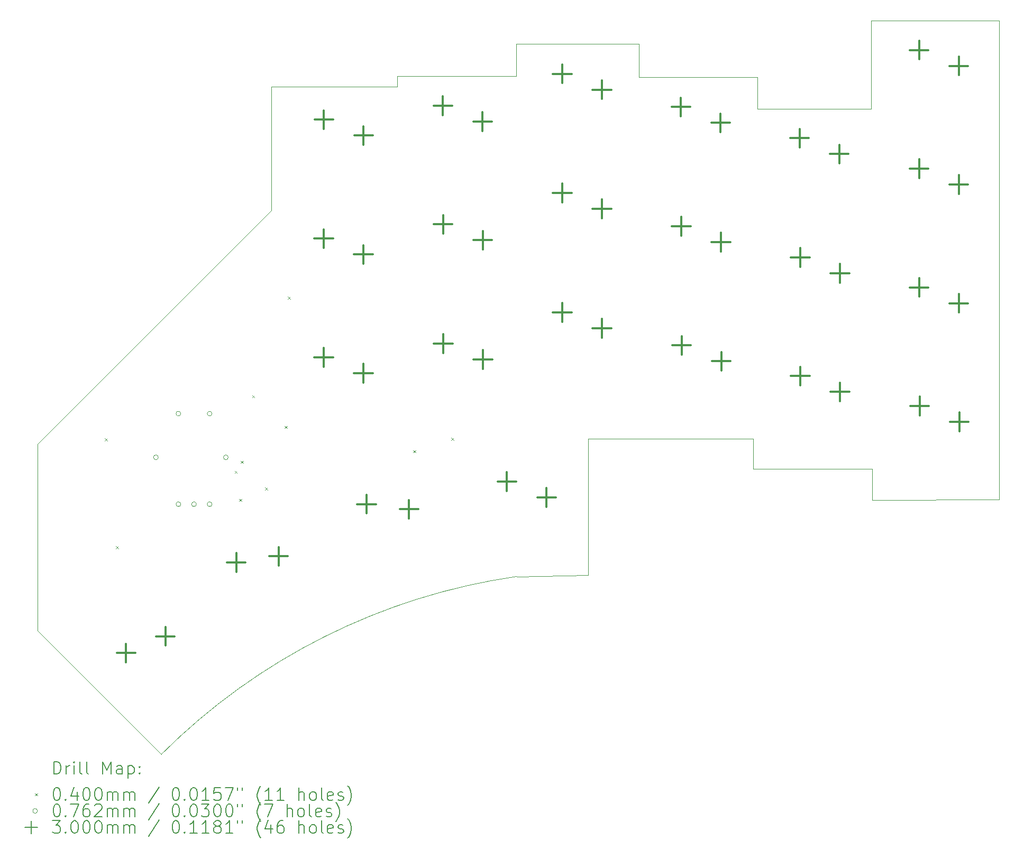
<source format=gbr>
%TF.GenerationSoftware,KiCad,Pcbnew,7.0.10-7.0.10~ubuntu23.10.1*%
%TF.CreationDate,2024-01-07T20:04:24-05:00*%
%TF.ProjectId,Right PCB,52696768-7420-4504-9342-2e6b69636164,rev?*%
%TF.SameCoordinates,Original*%
%TF.FileFunction,Drillmap*%
%TF.FilePolarity,Positive*%
%FSLAX45Y45*%
G04 Gerber Fmt 4.5, Leading zero omitted, Abs format (unit mm)*
G04 Created by KiCad (PCBNEW 7.0.10-7.0.10~ubuntu23.10.1) date 2024-01-07 20:04:24*
%MOMM*%
%LPD*%
G01*
G04 APERTURE LIST*
%ADD10C,0.100000*%
%ADD11C,0.200000*%
%ADD12C,0.300000*%
G04 APERTURE END LIST*
D10*
X7660000Y-7030000D02*
X7660000Y-5050000D01*
X3920000Y-10770000D02*
X7660000Y-7030000D01*
X3920000Y-13760000D02*
X3920000Y-10770000D01*
X9670000Y-5050000D02*
X7660000Y-5050000D01*
X17280000Y-11170000D02*
X17280000Y-11670000D01*
X17260000Y-3990000D02*
X17260000Y-5120000D01*
X15440000Y-4900000D02*
X13540000Y-4900000D01*
X12730000Y-10690000D02*
X15370000Y-10690000D01*
X19310000Y-4070000D02*
X19310000Y-3990000D01*
X13540000Y-4360000D02*
X11580000Y-4360000D01*
X11580000Y-4880000D02*
X9680000Y-4880000D01*
X17260000Y-5400000D02*
X15440000Y-5400000D01*
X19310000Y-4070000D02*
X19310000Y-11660000D01*
X11585825Y-12893208D02*
G75*
G03*
X5899824Y-15739824I1434175J-9966792D01*
G01*
X15440000Y-5400000D02*
X15440000Y-4900000D01*
X9670000Y-4880000D02*
X9670000Y-5050000D01*
X11585825Y-12893208D02*
X12730000Y-12870000D01*
X12730000Y-12870000D02*
X12730000Y-10690000D01*
X13540000Y-4900000D02*
X13540000Y-4360000D01*
X17260000Y-5120000D02*
X17260000Y-5400000D01*
X15370000Y-11170000D02*
X17280000Y-11170000D01*
X17280000Y-11670000D02*
X19310000Y-11660000D01*
X9670000Y-4880000D02*
X9680000Y-4880000D01*
X11580000Y-4360000D02*
X11580000Y-4880000D01*
X5899824Y-15739824D02*
X3920000Y-13760000D01*
X15370000Y-10690000D02*
X15370000Y-11170000D01*
X19310000Y-3990000D02*
X17260000Y-3990000D01*
D11*
D10*
X4990000Y-10680000D02*
X5030000Y-10720000D01*
X5030000Y-10680000D02*
X4990000Y-10720000D01*
X5170000Y-12410000D02*
X5210000Y-12450000D01*
X5210000Y-12410000D02*
X5170000Y-12450000D01*
X7070000Y-11200000D02*
X7110000Y-11240000D01*
X7110000Y-11200000D02*
X7070000Y-11240000D01*
X7140000Y-11650000D02*
X7180000Y-11690000D01*
X7180000Y-11650000D02*
X7140000Y-11690000D01*
X7170000Y-11040000D02*
X7210000Y-11080000D01*
X7210000Y-11040000D02*
X7170000Y-11080000D01*
X7350000Y-9990000D02*
X7390000Y-10030000D01*
X7390000Y-9990000D02*
X7350000Y-10030000D01*
X7560000Y-11470000D02*
X7600000Y-11510000D01*
X7600000Y-11470000D02*
X7560000Y-11510000D01*
X7870000Y-10480000D02*
X7910000Y-10520000D01*
X7910000Y-10480000D02*
X7870000Y-10520000D01*
X7920000Y-8410000D02*
X7960000Y-8450000D01*
X7960000Y-8410000D02*
X7920000Y-8450000D01*
X9930000Y-10870000D02*
X9970000Y-10910000D01*
X9970000Y-10870000D02*
X9930000Y-10910000D01*
X10540000Y-10670000D02*
X10580000Y-10710000D01*
X10580000Y-10670000D02*
X10540000Y-10710000D01*
X5848100Y-10985000D02*
G75*
G03*
X5771900Y-10985000I-38100J0D01*
G01*
X5771900Y-10985000D02*
G75*
G03*
X5848100Y-10985000I38100J0D01*
G01*
X6208100Y-10285000D02*
G75*
G03*
X6131900Y-10285000I-38100J0D01*
G01*
X6131900Y-10285000D02*
G75*
G03*
X6208100Y-10285000I38100J0D01*
G01*
X6208100Y-11735000D02*
G75*
G03*
X6131900Y-11735000I-38100J0D01*
G01*
X6131900Y-11735000D02*
G75*
G03*
X6208100Y-11735000I38100J0D01*
G01*
X6458100Y-11735000D02*
G75*
G03*
X6381900Y-11735000I-38100J0D01*
G01*
X6381900Y-11735000D02*
G75*
G03*
X6458100Y-11735000I38100J0D01*
G01*
X6708100Y-10285000D02*
G75*
G03*
X6631900Y-10285000I-38100J0D01*
G01*
X6631900Y-10285000D02*
G75*
G03*
X6708100Y-10285000I38100J0D01*
G01*
X6708100Y-11735000D02*
G75*
G03*
X6631900Y-11735000I-38100J0D01*
G01*
X6631900Y-11735000D02*
G75*
G03*
X6708100Y-11735000I38100J0D01*
G01*
X6968100Y-10985000D02*
G75*
G03*
X6891900Y-10985000I-38100J0D01*
G01*
X6891900Y-10985000D02*
G75*
G03*
X6968100Y-10985000I38100J0D01*
G01*
D12*
X5331974Y-13969605D02*
X5331974Y-14269605D01*
X5181974Y-14119605D02*
X5481974Y-14119605D01*
X5960592Y-13700197D02*
X5960592Y-14000197D01*
X5810592Y-13850197D02*
X6110592Y-13850197D01*
X7096029Y-12517059D02*
X7096029Y-12817059D01*
X6946029Y-12667059D02*
X7246029Y-12667059D01*
X7772956Y-12419529D02*
X7772956Y-12719529D01*
X7622956Y-12569529D02*
X7922956Y-12569529D01*
X8496000Y-9232000D02*
X8496000Y-9532000D01*
X8346000Y-9382000D02*
X8646000Y-9382000D01*
X8498000Y-7332000D02*
X8498000Y-7632000D01*
X8348000Y-7482000D02*
X8648000Y-7482000D01*
X8500000Y-5426000D02*
X8500000Y-5726000D01*
X8350000Y-5576000D02*
X8650000Y-5576000D01*
X9131000Y-9486000D02*
X9131000Y-9786000D01*
X8981000Y-9636000D02*
X9281000Y-9636000D01*
X9133000Y-7586000D02*
X9133000Y-7886000D01*
X8983000Y-7736000D02*
X9283000Y-7736000D01*
X9135000Y-5680000D02*
X9135000Y-5980000D01*
X8985000Y-5830000D02*
X9285000Y-5830000D01*
X9183175Y-11585050D02*
X9183175Y-11885050D01*
X9033175Y-11735050D02*
X9333175Y-11735050D01*
X9862278Y-11666045D02*
X9862278Y-11966045D01*
X9712278Y-11816045D02*
X10012278Y-11816045D01*
X10404000Y-5202000D02*
X10404000Y-5502000D01*
X10254000Y-5352000D02*
X10554000Y-5352000D01*
X10406000Y-7102000D02*
X10406000Y-7402000D01*
X10256000Y-7252000D02*
X10556000Y-7252000D01*
X10408000Y-9012000D02*
X10408000Y-9312000D01*
X10258000Y-9162000D02*
X10558000Y-9162000D01*
X11039000Y-5456000D02*
X11039000Y-5756000D01*
X10889000Y-5606000D02*
X11189000Y-5606000D01*
X11041000Y-7356000D02*
X11041000Y-7656000D01*
X10891000Y-7506000D02*
X11191000Y-7506000D01*
X11043000Y-9266000D02*
X11043000Y-9566000D01*
X10893000Y-9416000D02*
X11193000Y-9416000D01*
X11428000Y-11222000D02*
X11428000Y-11522000D01*
X11278000Y-11372000D02*
X11578000Y-11372000D01*
X12063000Y-11476000D02*
X12063000Y-11776000D01*
X11913000Y-11626000D02*
X12213000Y-11626000D01*
X12314000Y-4692000D02*
X12314000Y-4992000D01*
X12164000Y-4842000D02*
X12464000Y-4842000D01*
X12316000Y-6602000D02*
X12316000Y-6902000D01*
X12166000Y-6752000D02*
X12466000Y-6752000D01*
X12316000Y-8512000D02*
X12316000Y-8812000D01*
X12166000Y-8662000D02*
X12466000Y-8662000D01*
X12949000Y-4946000D02*
X12949000Y-5246000D01*
X12799000Y-5096000D02*
X13099000Y-5096000D01*
X12951000Y-6856000D02*
X12951000Y-7156000D01*
X12801000Y-7006000D02*
X13101000Y-7006000D01*
X12951000Y-8766000D02*
X12951000Y-9066000D01*
X12801000Y-8916000D02*
X13101000Y-8916000D01*
X14214000Y-5222000D02*
X14214000Y-5522000D01*
X14064000Y-5372000D02*
X14364000Y-5372000D01*
X14218000Y-7132000D02*
X14218000Y-7432000D01*
X14068000Y-7282000D02*
X14368000Y-7282000D01*
X14226000Y-9042000D02*
X14226000Y-9342000D01*
X14076000Y-9192000D02*
X14376000Y-9192000D01*
X14849000Y-5476000D02*
X14849000Y-5776000D01*
X14699000Y-5626000D02*
X14999000Y-5626000D01*
X14853000Y-7386000D02*
X14853000Y-7686000D01*
X14703000Y-7536000D02*
X15003000Y-7536000D01*
X14861000Y-9296000D02*
X14861000Y-9596000D01*
X14711000Y-9446000D02*
X15011000Y-9446000D01*
X16114000Y-5722000D02*
X16114000Y-6022000D01*
X15964000Y-5872000D02*
X16264000Y-5872000D01*
X16126000Y-7632000D02*
X16126000Y-7932000D01*
X15976000Y-7782000D02*
X16276000Y-7782000D01*
X16126000Y-9532000D02*
X16126000Y-9832000D01*
X15976000Y-9682000D02*
X16276000Y-9682000D01*
X16749000Y-5976000D02*
X16749000Y-6276000D01*
X16599000Y-6126000D02*
X16899000Y-6126000D01*
X16761000Y-7886000D02*
X16761000Y-8186000D01*
X16611000Y-8036000D02*
X16911000Y-8036000D01*
X16761000Y-9786000D02*
X16761000Y-10086000D01*
X16611000Y-9936000D02*
X16911000Y-9936000D01*
X18026000Y-4312000D02*
X18026000Y-4612000D01*
X17876000Y-4462000D02*
X18176000Y-4462000D01*
X18026000Y-6212000D02*
X18026000Y-6512000D01*
X17876000Y-6362000D02*
X18176000Y-6362000D01*
X18026000Y-8112000D02*
X18026000Y-8412000D01*
X17876000Y-8262000D02*
X18176000Y-8262000D01*
X18036000Y-10012000D02*
X18036000Y-10312000D01*
X17886000Y-10162000D02*
X18186000Y-10162000D01*
X18661000Y-4566000D02*
X18661000Y-4866000D01*
X18511000Y-4716000D02*
X18811000Y-4716000D01*
X18661000Y-6466000D02*
X18661000Y-6766000D01*
X18511000Y-6616000D02*
X18811000Y-6616000D01*
X18661000Y-8366000D02*
X18661000Y-8666000D01*
X18511000Y-8516000D02*
X18811000Y-8516000D01*
X18671000Y-10266000D02*
X18671000Y-10566000D01*
X18521000Y-10416000D02*
X18821000Y-10416000D01*
D11*
X4175777Y-16056308D02*
X4175777Y-15856308D01*
X4175777Y-15856308D02*
X4223396Y-15856308D01*
X4223396Y-15856308D02*
X4251967Y-15865832D01*
X4251967Y-15865832D02*
X4271015Y-15884880D01*
X4271015Y-15884880D02*
X4280539Y-15903927D01*
X4280539Y-15903927D02*
X4290063Y-15942022D01*
X4290063Y-15942022D02*
X4290063Y-15970594D01*
X4290063Y-15970594D02*
X4280539Y-16008689D01*
X4280539Y-16008689D02*
X4271015Y-16027737D01*
X4271015Y-16027737D02*
X4251967Y-16046784D01*
X4251967Y-16046784D02*
X4223396Y-16056308D01*
X4223396Y-16056308D02*
X4175777Y-16056308D01*
X4375777Y-16056308D02*
X4375777Y-15922975D01*
X4375777Y-15961070D02*
X4385301Y-15942022D01*
X4385301Y-15942022D02*
X4394824Y-15932499D01*
X4394824Y-15932499D02*
X4413872Y-15922975D01*
X4413872Y-15922975D02*
X4432920Y-15922975D01*
X4499586Y-16056308D02*
X4499586Y-15922975D01*
X4499586Y-15856308D02*
X4490063Y-15865832D01*
X4490063Y-15865832D02*
X4499586Y-15875356D01*
X4499586Y-15875356D02*
X4509110Y-15865832D01*
X4509110Y-15865832D02*
X4499586Y-15856308D01*
X4499586Y-15856308D02*
X4499586Y-15875356D01*
X4623396Y-16056308D02*
X4604348Y-16046784D01*
X4604348Y-16046784D02*
X4594824Y-16027737D01*
X4594824Y-16027737D02*
X4594824Y-15856308D01*
X4728158Y-16056308D02*
X4709110Y-16046784D01*
X4709110Y-16046784D02*
X4699586Y-16027737D01*
X4699586Y-16027737D02*
X4699586Y-15856308D01*
X4956729Y-16056308D02*
X4956729Y-15856308D01*
X4956729Y-15856308D02*
X5023396Y-15999165D01*
X5023396Y-15999165D02*
X5090063Y-15856308D01*
X5090063Y-15856308D02*
X5090063Y-16056308D01*
X5271015Y-16056308D02*
X5271015Y-15951546D01*
X5271015Y-15951546D02*
X5261491Y-15932499D01*
X5261491Y-15932499D02*
X5242444Y-15922975D01*
X5242444Y-15922975D02*
X5204348Y-15922975D01*
X5204348Y-15922975D02*
X5185301Y-15932499D01*
X5271015Y-16046784D02*
X5251967Y-16056308D01*
X5251967Y-16056308D02*
X5204348Y-16056308D01*
X5204348Y-16056308D02*
X5185301Y-16046784D01*
X5185301Y-16046784D02*
X5175777Y-16027737D01*
X5175777Y-16027737D02*
X5175777Y-16008689D01*
X5175777Y-16008689D02*
X5185301Y-15989642D01*
X5185301Y-15989642D02*
X5204348Y-15980118D01*
X5204348Y-15980118D02*
X5251967Y-15980118D01*
X5251967Y-15980118D02*
X5271015Y-15970594D01*
X5366253Y-15922975D02*
X5366253Y-16122975D01*
X5366253Y-15932499D02*
X5385301Y-15922975D01*
X5385301Y-15922975D02*
X5423396Y-15922975D01*
X5423396Y-15922975D02*
X5442444Y-15932499D01*
X5442444Y-15932499D02*
X5451967Y-15942022D01*
X5451967Y-15942022D02*
X5461491Y-15961070D01*
X5461491Y-15961070D02*
X5461491Y-16018213D01*
X5461491Y-16018213D02*
X5451967Y-16037261D01*
X5451967Y-16037261D02*
X5442444Y-16046784D01*
X5442444Y-16046784D02*
X5423396Y-16056308D01*
X5423396Y-16056308D02*
X5385301Y-16056308D01*
X5385301Y-16056308D02*
X5366253Y-16046784D01*
X5547205Y-16037261D02*
X5556729Y-16046784D01*
X5556729Y-16046784D02*
X5547205Y-16056308D01*
X5547205Y-16056308D02*
X5537682Y-16046784D01*
X5537682Y-16046784D02*
X5547205Y-16037261D01*
X5547205Y-16037261D02*
X5547205Y-16056308D01*
X5547205Y-15932499D02*
X5556729Y-15942022D01*
X5556729Y-15942022D02*
X5547205Y-15951546D01*
X5547205Y-15951546D02*
X5537682Y-15942022D01*
X5537682Y-15942022D02*
X5547205Y-15932499D01*
X5547205Y-15932499D02*
X5547205Y-15951546D01*
D10*
X3875000Y-16364824D02*
X3915000Y-16404824D01*
X3915000Y-16364824D02*
X3875000Y-16404824D01*
D11*
X4213872Y-16276308D02*
X4232920Y-16276308D01*
X4232920Y-16276308D02*
X4251967Y-16285832D01*
X4251967Y-16285832D02*
X4261491Y-16295356D01*
X4261491Y-16295356D02*
X4271015Y-16314403D01*
X4271015Y-16314403D02*
X4280539Y-16352499D01*
X4280539Y-16352499D02*
X4280539Y-16400118D01*
X4280539Y-16400118D02*
X4271015Y-16438213D01*
X4271015Y-16438213D02*
X4261491Y-16457261D01*
X4261491Y-16457261D02*
X4251967Y-16466784D01*
X4251967Y-16466784D02*
X4232920Y-16476308D01*
X4232920Y-16476308D02*
X4213872Y-16476308D01*
X4213872Y-16476308D02*
X4194824Y-16466784D01*
X4194824Y-16466784D02*
X4185301Y-16457261D01*
X4185301Y-16457261D02*
X4175777Y-16438213D01*
X4175777Y-16438213D02*
X4166253Y-16400118D01*
X4166253Y-16400118D02*
X4166253Y-16352499D01*
X4166253Y-16352499D02*
X4175777Y-16314403D01*
X4175777Y-16314403D02*
X4185301Y-16295356D01*
X4185301Y-16295356D02*
X4194824Y-16285832D01*
X4194824Y-16285832D02*
X4213872Y-16276308D01*
X4366253Y-16457261D02*
X4375777Y-16466784D01*
X4375777Y-16466784D02*
X4366253Y-16476308D01*
X4366253Y-16476308D02*
X4356729Y-16466784D01*
X4356729Y-16466784D02*
X4366253Y-16457261D01*
X4366253Y-16457261D02*
X4366253Y-16476308D01*
X4547205Y-16342975D02*
X4547205Y-16476308D01*
X4499586Y-16266784D02*
X4451967Y-16409642D01*
X4451967Y-16409642D02*
X4575777Y-16409642D01*
X4690063Y-16276308D02*
X4709110Y-16276308D01*
X4709110Y-16276308D02*
X4728158Y-16285832D01*
X4728158Y-16285832D02*
X4737682Y-16295356D01*
X4737682Y-16295356D02*
X4747205Y-16314403D01*
X4747205Y-16314403D02*
X4756729Y-16352499D01*
X4756729Y-16352499D02*
X4756729Y-16400118D01*
X4756729Y-16400118D02*
X4747205Y-16438213D01*
X4747205Y-16438213D02*
X4737682Y-16457261D01*
X4737682Y-16457261D02*
X4728158Y-16466784D01*
X4728158Y-16466784D02*
X4709110Y-16476308D01*
X4709110Y-16476308D02*
X4690063Y-16476308D01*
X4690063Y-16476308D02*
X4671015Y-16466784D01*
X4671015Y-16466784D02*
X4661491Y-16457261D01*
X4661491Y-16457261D02*
X4651967Y-16438213D01*
X4651967Y-16438213D02*
X4642444Y-16400118D01*
X4642444Y-16400118D02*
X4642444Y-16352499D01*
X4642444Y-16352499D02*
X4651967Y-16314403D01*
X4651967Y-16314403D02*
X4661491Y-16295356D01*
X4661491Y-16295356D02*
X4671015Y-16285832D01*
X4671015Y-16285832D02*
X4690063Y-16276308D01*
X4880539Y-16276308D02*
X4899586Y-16276308D01*
X4899586Y-16276308D02*
X4918634Y-16285832D01*
X4918634Y-16285832D02*
X4928158Y-16295356D01*
X4928158Y-16295356D02*
X4937682Y-16314403D01*
X4937682Y-16314403D02*
X4947205Y-16352499D01*
X4947205Y-16352499D02*
X4947205Y-16400118D01*
X4947205Y-16400118D02*
X4937682Y-16438213D01*
X4937682Y-16438213D02*
X4928158Y-16457261D01*
X4928158Y-16457261D02*
X4918634Y-16466784D01*
X4918634Y-16466784D02*
X4899586Y-16476308D01*
X4899586Y-16476308D02*
X4880539Y-16476308D01*
X4880539Y-16476308D02*
X4861491Y-16466784D01*
X4861491Y-16466784D02*
X4851967Y-16457261D01*
X4851967Y-16457261D02*
X4842444Y-16438213D01*
X4842444Y-16438213D02*
X4832920Y-16400118D01*
X4832920Y-16400118D02*
X4832920Y-16352499D01*
X4832920Y-16352499D02*
X4842444Y-16314403D01*
X4842444Y-16314403D02*
X4851967Y-16295356D01*
X4851967Y-16295356D02*
X4861491Y-16285832D01*
X4861491Y-16285832D02*
X4880539Y-16276308D01*
X5032920Y-16476308D02*
X5032920Y-16342975D01*
X5032920Y-16362022D02*
X5042444Y-16352499D01*
X5042444Y-16352499D02*
X5061491Y-16342975D01*
X5061491Y-16342975D02*
X5090063Y-16342975D01*
X5090063Y-16342975D02*
X5109110Y-16352499D01*
X5109110Y-16352499D02*
X5118634Y-16371546D01*
X5118634Y-16371546D02*
X5118634Y-16476308D01*
X5118634Y-16371546D02*
X5128158Y-16352499D01*
X5128158Y-16352499D02*
X5147205Y-16342975D01*
X5147205Y-16342975D02*
X5175777Y-16342975D01*
X5175777Y-16342975D02*
X5194825Y-16352499D01*
X5194825Y-16352499D02*
X5204348Y-16371546D01*
X5204348Y-16371546D02*
X5204348Y-16476308D01*
X5299586Y-16476308D02*
X5299586Y-16342975D01*
X5299586Y-16362022D02*
X5309110Y-16352499D01*
X5309110Y-16352499D02*
X5328158Y-16342975D01*
X5328158Y-16342975D02*
X5356729Y-16342975D01*
X5356729Y-16342975D02*
X5375777Y-16352499D01*
X5375777Y-16352499D02*
X5385301Y-16371546D01*
X5385301Y-16371546D02*
X5385301Y-16476308D01*
X5385301Y-16371546D02*
X5394825Y-16352499D01*
X5394825Y-16352499D02*
X5413872Y-16342975D01*
X5413872Y-16342975D02*
X5442444Y-16342975D01*
X5442444Y-16342975D02*
X5461491Y-16352499D01*
X5461491Y-16352499D02*
X5471015Y-16371546D01*
X5471015Y-16371546D02*
X5471015Y-16476308D01*
X5861491Y-16266784D02*
X5690063Y-16523927D01*
X6118634Y-16276308D02*
X6137682Y-16276308D01*
X6137682Y-16276308D02*
X6156729Y-16285832D01*
X6156729Y-16285832D02*
X6166253Y-16295356D01*
X6166253Y-16295356D02*
X6175777Y-16314403D01*
X6175777Y-16314403D02*
X6185301Y-16352499D01*
X6185301Y-16352499D02*
X6185301Y-16400118D01*
X6185301Y-16400118D02*
X6175777Y-16438213D01*
X6175777Y-16438213D02*
X6166253Y-16457261D01*
X6166253Y-16457261D02*
X6156729Y-16466784D01*
X6156729Y-16466784D02*
X6137682Y-16476308D01*
X6137682Y-16476308D02*
X6118634Y-16476308D01*
X6118634Y-16476308D02*
X6099586Y-16466784D01*
X6099586Y-16466784D02*
X6090063Y-16457261D01*
X6090063Y-16457261D02*
X6080539Y-16438213D01*
X6080539Y-16438213D02*
X6071015Y-16400118D01*
X6071015Y-16400118D02*
X6071015Y-16352499D01*
X6071015Y-16352499D02*
X6080539Y-16314403D01*
X6080539Y-16314403D02*
X6090063Y-16295356D01*
X6090063Y-16295356D02*
X6099586Y-16285832D01*
X6099586Y-16285832D02*
X6118634Y-16276308D01*
X6271015Y-16457261D02*
X6280539Y-16466784D01*
X6280539Y-16466784D02*
X6271015Y-16476308D01*
X6271015Y-16476308D02*
X6261491Y-16466784D01*
X6261491Y-16466784D02*
X6271015Y-16457261D01*
X6271015Y-16457261D02*
X6271015Y-16476308D01*
X6404348Y-16276308D02*
X6423396Y-16276308D01*
X6423396Y-16276308D02*
X6442444Y-16285832D01*
X6442444Y-16285832D02*
X6451967Y-16295356D01*
X6451967Y-16295356D02*
X6461491Y-16314403D01*
X6461491Y-16314403D02*
X6471015Y-16352499D01*
X6471015Y-16352499D02*
X6471015Y-16400118D01*
X6471015Y-16400118D02*
X6461491Y-16438213D01*
X6461491Y-16438213D02*
X6451967Y-16457261D01*
X6451967Y-16457261D02*
X6442444Y-16466784D01*
X6442444Y-16466784D02*
X6423396Y-16476308D01*
X6423396Y-16476308D02*
X6404348Y-16476308D01*
X6404348Y-16476308D02*
X6385301Y-16466784D01*
X6385301Y-16466784D02*
X6375777Y-16457261D01*
X6375777Y-16457261D02*
X6366253Y-16438213D01*
X6366253Y-16438213D02*
X6356729Y-16400118D01*
X6356729Y-16400118D02*
X6356729Y-16352499D01*
X6356729Y-16352499D02*
X6366253Y-16314403D01*
X6366253Y-16314403D02*
X6375777Y-16295356D01*
X6375777Y-16295356D02*
X6385301Y-16285832D01*
X6385301Y-16285832D02*
X6404348Y-16276308D01*
X6661491Y-16476308D02*
X6547206Y-16476308D01*
X6604348Y-16476308D02*
X6604348Y-16276308D01*
X6604348Y-16276308D02*
X6585301Y-16304880D01*
X6585301Y-16304880D02*
X6566253Y-16323927D01*
X6566253Y-16323927D02*
X6547206Y-16333451D01*
X6842444Y-16276308D02*
X6747206Y-16276308D01*
X6747206Y-16276308D02*
X6737682Y-16371546D01*
X6737682Y-16371546D02*
X6747206Y-16362022D01*
X6747206Y-16362022D02*
X6766253Y-16352499D01*
X6766253Y-16352499D02*
X6813872Y-16352499D01*
X6813872Y-16352499D02*
X6832920Y-16362022D01*
X6832920Y-16362022D02*
X6842444Y-16371546D01*
X6842444Y-16371546D02*
X6851967Y-16390594D01*
X6851967Y-16390594D02*
X6851967Y-16438213D01*
X6851967Y-16438213D02*
X6842444Y-16457261D01*
X6842444Y-16457261D02*
X6832920Y-16466784D01*
X6832920Y-16466784D02*
X6813872Y-16476308D01*
X6813872Y-16476308D02*
X6766253Y-16476308D01*
X6766253Y-16476308D02*
X6747206Y-16466784D01*
X6747206Y-16466784D02*
X6737682Y-16457261D01*
X6918634Y-16276308D02*
X7051967Y-16276308D01*
X7051967Y-16276308D02*
X6966253Y-16476308D01*
X7118634Y-16276308D02*
X7118634Y-16314403D01*
X7194825Y-16276308D02*
X7194825Y-16314403D01*
X7490063Y-16552499D02*
X7480539Y-16542975D01*
X7480539Y-16542975D02*
X7461491Y-16514403D01*
X7461491Y-16514403D02*
X7451968Y-16495356D01*
X7451968Y-16495356D02*
X7442444Y-16466784D01*
X7442444Y-16466784D02*
X7432920Y-16419165D01*
X7432920Y-16419165D02*
X7432920Y-16381070D01*
X7432920Y-16381070D02*
X7442444Y-16333451D01*
X7442444Y-16333451D02*
X7451968Y-16304880D01*
X7451968Y-16304880D02*
X7461491Y-16285832D01*
X7461491Y-16285832D02*
X7480539Y-16257261D01*
X7480539Y-16257261D02*
X7490063Y-16247737D01*
X7671015Y-16476308D02*
X7556729Y-16476308D01*
X7613872Y-16476308D02*
X7613872Y-16276308D01*
X7613872Y-16276308D02*
X7594825Y-16304880D01*
X7594825Y-16304880D02*
X7575777Y-16323927D01*
X7575777Y-16323927D02*
X7556729Y-16333451D01*
X7861491Y-16476308D02*
X7747206Y-16476308D01*
X7804348Y-16476308D02*
X7804348Y-16276308D01*
X7804348Y-16276308D02*
X7785301Y-16304880D01*
X7785301Y-16304880D02*
X7766253Y-16323927D01*
X7766253Y-16323927D02*
X7747206Y-16333451D01*
X8099587Y-16476308D02*
X8099587Y-16276308D01*
X8185301Y-16476308D02*
X8185301Y-16371546D01*
X8185301Y-16371546D02*
X8175777Y-16352499D01*
X8175777Y-16352499D02*
X8156730Y-16342975D01*
X8156730Y-16342975D02*
X8128158Y-16342975D01*
X8128158Y-16342975D02*
X8109110Y-16352499D01*
X8109110Y-16352499D02*
X8099587Y-16362022D01*
X8309110Y-16476308D02*
X8290063Y-16466784D01*
X8290063Y-16466784D02*
X8280539Y-16457261D01*
X8280539Y-16457261D02*
X8271015Y-16438213D01*
X8271015Y-16438213D02*
X8271015Y-16381070D01*
X8271015Y-16381070D02*
X8280539Y-16362022D01*
X8280539Y-16362022D02*
X8290063Y-16352499D01*
X8290063Y-16352499D02*
X8309110Y-16342975D01*
X8309110Y-16342975D02*
X8337682Y-16342975D01*
X8337682Y-16342975D02*
X8356730Y-16352499D01*
X8356730Y-16352499D02*
X8366253Y-16362022D01*
X8366253Y-16362022D02*
X8375777Y-16381070D01*
X8375777Y-16381070D02*
X8375777Y-16438213D01*
X8375777Y-16438213D02*
X8366253Y-16457261D01*
X8366253Y-16457261D02*
X8356730Y-16466784D01*
X8356730Y-16466784D02*
X8337682Y-16476308D01*
X8337682Y-16476308D02*
X8309110Y-16476308D01*
X8490063Y-16476308D02*
X8471015Y-16466784D01*
X8471015Y-16466784D02*
X8461492Y-16447737D01*
X8461492Y-16447737D02*
X8461492Y-16276308D01*
X8642444Y-16466784D02*
X8623396Y-16476308D01*
X8623396Y-16476308D02*
X8585301Y-16476308D01*
X8585301Y-16476308D02*
X8566253Y-16466784D01*
X8566253Y-16466784D02*
X8556730Y-16447737D01*
X8556730Y-16447737D02*
X8556730Y-16371546D01*
X8556730Y-16371546D02*
X8566253Y-16352499D01*
X8566253Y-16352499D02*
X8585301Y-16342975D01*
X8585301Y-16342975D02*
X8623396Y-16342975D01*
X8623396Y-16342975D02*
X8642444Y-16352499D01*
X8642444Y-16352499D02*
X8651968Y-16371546D01*
X8651968Y-16371546D02*
X8651968Y-16390594D01*
X8651968Y-16390594D02*
X8556730Y-16409642D01*
X8728158Y-16466784D02*
X8747206Y-16476308D01*
X8747206Y-16476308D02*
X8785301Y-16476308D01*
X8785301Y-16476308D02*
X8804349Y-16466784D01*
X8804349Y-16466784D02*
X8813873Y-16447737D01*
X8813873Y-16447737D02*
X8813873Y-16438213D01*
X8813873Y-16438213D02*
X8804349Y-16419165D01*
X8804349Y-16419165D02*
X8785301Y-16409642D01*
X8785301Y-16409642D02*
X8756730Y-16409642D01*
X8756730Y-16409642D02*
X8737682Y-16400118D01*
X8737682Y-16400118D02*
X8728158Y-16381070D01*
X8728158Y-16381070D02*
X8728158Y-16371546D01*
X8728158Y-16371546D02*
X8737682Y-16352499D01*
X8737682Y-16352499D02*
X8756730Y-16342975D01*
X8756730Y-16342975D02*
X8785301Y-16342975D01*
X8785301Y-16342975D02*
X8804349Y-16352499D01*
X8880539Y-16552499D02*
X8890063Y-16542975D01*
X8890063Y-16542975D02*
X8909111Y-16514403D01*
X8909111Y-16514403D02*
X8918634Y-16495356D01*
X8918634Y-16495356D02*
X8928158Y-16466784D01*
X8928158Y-16466784D02*
X8937682Y-16419165D01*
X8937682Y-16419165D02*
X8937682Y-16381070D01*
X8937682Y-16381070D02*
X8928158Y-16333451D01*
X8928158Y-16333451D02*
X8918634Y-16304880D01*
X8918634Y-16304880D02*
X8909111Y-16285832D01*
X8909111Y-16285832D02*
X8890063Y-16257261D01*
X8890063Y-16257261D02*
X8880539Y-16247737D01*
D10*
X3915000Y-16648824D02*
G75*
G03*
X3838800Y-16648824I-38100J0D01*
G01*
X3838800Y-16648824D02*
G75*
G03*
X3915000Y-16648824I38100J0D01*
G01*
D11*
X4213872Y-16540308D02*
X4232920Y-16540308D01*
X4232920Y-16540308D02*
X4251967Y-16549832D01*
X4251967Y-16549832D02*
X4261491Y-16559356D01*
X4261491Y-16559356D02*
X4271015Y-16578403D01*
X4271015Y-16578403D02*
X4280539Y-16616499D01*
X4280539Y-16616499D02*
X4280539Y-16664118D01*
X4280539Y-16664118D02*
X4271015Y-16702213D01*
X4271015Y-16702213D02*
X4261491Y-16721261D01*
X4261491Y-16721261D02*
X4251967Y-16730784D01*
X4251967Y-16730784D02*
X4232920Y-16740308D01*
X4232920Y-16740308D02*
X4213872Y-16740308D01*
X4213872Y-16740308D02*
X4194824Y-16730784D01*
X4194824Y-16730784D02*
X4185301Y-16721261D01*
X4185301Y-16721261D02*
X4175777Y-16702213D01*
X4175777Y-16702213D02*
X4166253Y-16664118D01*
X4166253Y-16664118D02*
X4166253Y-16616499D01*
X4166253Y-16616499D02*
X4175777Y-16578403D01*
X4175777Y-16578403D02*
X4185301Y-16559356D01*
X4185301Y-16559356D02*
X4194824Y-16549832D01*
X4194824Y-16549832D02*
X4213872Y-16540308D01*
X4366253Y-16721261D02*
X4375777Y-16730784D01*
X4375777Y-16730784D02*
X4366253Y-16740308D01*
X4366253Y-16740308D02*
X4356729Y-16730784D01*
X4356729Y-16730784D02*
X4366253Y-16721261D01*
X4366253Y-16721261D02*
X4366253Y-16740308D01*
X4442444Y-16540308D02*
X4575777Y-16540308D01*
X4575777Y-16540308D02*
X4490063Y-16740308D01*
X4737682Y-16540308D02*
X4699586Y-16540308D01*
X4699586Y-16540308D02*
X4680539Y-16549832D01*
X4680539Y-16549832D02*
X4671015Y-16559356D01*
X4671015Y-16559356D02*
X4651967Y-16587927D01*
X4651967Y-16587927D02*
X4642444Y-16626022D01*
X4642444Y-16626022D02*
X4642444Y-16702213D01*
X4642444Y-16702213D02*
X4651967Y-16721261D01*
X4651967Y-16721261D02*
X4661491Y-16730784D01*
X4661491Y-16730784D02*
X4680539Y-16740308D01*
X4680539Y-16740308D02*
X4718634Y-16740308D01*
X4718634Y-16740308D02*
X4737682Y-16730784D01*
X4737682Y-16730784D02*
X4747205Y-16721261D01*
X4747205Y-16721261D02*
X4756729Y-16702213D01*
X4756729Y-16702213D02*
X4756729Y-16654594D01*
X4756729Y-16654594D02*
X4747205Y-16635546D01*
X4747205Y-16635546D02*
X4737682Y-16626022D01*
X4737682Y-16626022D02*
X4718634Y-16616499D01*
X4718634Y-16616499D02*
X4680539Y-16616499D01*
X4680539Y-16616499D02*
X4661491Y-16626022D01*
X4661491Y-16626022D02*
X4651967Y-16635546D01*
X4651967Y-16635546D02*
X4642444Y-16654594D01*
X4832920Y-16559356D02*
X4842444Y-16549832D01*
X4842444Y-16549832D02*
X4861491Y-16540308D01*
X4861491Y-16540308D02*
X4909110Y-16540308D01*
X4909110Y-16540308D02*
X4928158Y-16549832D01*
X4928158Y-16549832D02*
X4937682Y-16559356D01*
X4937682Y-16559356D02*
X4947205Y-16578403D01*
X4947205Y-16578403D02*
X4947205Y-16597451D01*
X4947205Y-16597451D02*
X4937682Y-16626022D01*
X4937682Y-16626022D02*
X4823396Y-16740308D01*
X4823396Y-16740308D02*
X4947205Y-16740308D01*
X5032920Y-16740308D02*
X5032920Y-16606975D01*
X5032920Y-16626022D02*
X5042444Y-16616499D01*
X5042444Y-16616499D02*
X5061491Y-16606975D01*
X5061491Y-16606975D02*
X5090063Y-16606975D01*
X5090063Y-16606975D02*
X5109110Y-16616499D01*
X5109110Y-16616499D02*
X5118634Y-16635546D01*
X5118634Y-16635546D02*
X5118634Y-16740308D01*
X5118634Y-16635546D02*
X5128158Y-16616499D01*
X5128158Y-16616499D02*
X5147205Y-16606975D01*
X5147205Y-16606975D02*
X5175777Y-16606975D01*
X5175777Y-16606975D02*
X5194825Y-16616499D01*
X5194825Y-16616499D02*
X5204348Y-16635546D01*
X5204348Y-16635546D02*
X5204348Y-16740308D01*
X5299586Y-16740308D02*
X5299586Y-16606975D01*
X5299586Y-16626022D02*
X5309110Y-16616499D01*
X5309110Y-16616499D02*
X5328158Y-16606975D01*
X5328158Y-16606975D02*
X5356729Y-16606975D01*
X5356729Y-16606975D02*
X5375777Y-16616499D01*
X5375777Y-16616499D02*
X5385301Y-16635546D01*
X5385301Y-16635546D02*
X5385301Y-16740308D01*
X5385301Y-16635546D02*
X5394825Y-16616499D01*
X5394825Y-16616499D02*
X5413872Y-16606975D01*
X5413872Y-16606975D02*
X5442444Y-16606975D01*
X5442444Y-16606975D02*
X5461491Y-16616499D01*
X5461491Y-16616499D02*
X5471015Y-16635546D01*
X5471015Y-16635546D02*
X5471015Y-16740308D01*
X5861491Y-16530784D02*
X5690063Y-16787927D01*
X6118634Y-16540308D02*
X6137682Y-16540308D01*
X6137682Y-16540308D02*
X6156729Y-16549832D01*
X6156729Y-16549832D02*
X6166253Y-16559356D01*
X6166253Y-16559356D02*
X6175777Y-16578403D01*
X6175777Y-16578403D02*
X6185301Y-16616499D01*
X6185301Y-16616499D02*
X6185301Y-16664118D01*
X6185301Y-16664118D02*
X6175777Y-16702213D01*
X6175777Y-16702213D02*
X6166253Y-16721261D01*
X6166253Y-16721261D02*
X6156729Y-16730784D01*
X6156729Y-16730784D02*
X6137682Y-16740308D01*
X6137682Y-16740308D02*
X6118634Y-16740308D01*
X6118634Y-16740308D02*
X6099586Y-16730784D01*
X6099586Y-16730784D02*
X6090063Y-16721261D01*
X6090063Y-16721261D02*
X6080539Y-16702213D01*
X6080539Y-16702213D02*
X6071015Y-16664118D01*
X6071015Y-16664118D02*
X6071015Y-16616499D01*
X6071015Y-16616499D02*
X6080539Y-16578403D01*
X6080539Y-16578403D02*
X6090063Y-16559356D01*
X6090063Y-16559356D02*
X6099586Y-16549832D01*
X6099586Y-16549832D02*
X6118634Y-16540308D01*
X6271015Y-16721261D02*
X6280539Y-16730784D01*
X6280539Y-16730784D02*
X6271015Y-16740308D01*
X6271015Y-16740308D02*
X6261491Y-16730784D01*
X6261491Y-16730784D02*
X6271015Y-16721261D01*
X6271015Y-16721261D02*
X6271015Y-16740308D01*
X6404348Y-16540308D02*
X6423396Y-16540308D01*
X6423396Y-16540308D02*
X6442444Y-16549832D01*
X6442444Y-16549832D02*
X6451967Y-16559356D01*
X6451967Y-16559356D02*
X6461491Y-16578403D01*
X6461491Y-16578403D02*
X6471015Y-16616499D01*
X6471015Y-16616499D02*
X6471015Y-16664118D01*
X6471015Y-16664118D02*
X6461491Y-16702213D01*
X6461491Y-16702213D02*
X6451967Y-16721261D01*
X6451967Y-16721261D02*
X6442444Y-16730784D01*
X6442444Y-16730784D02*
X6423396Y-16740308D01*
X6423396Y-16740308D02*
X6404348Y-16740308D01*
X6404348Y-16740308D02*
X6385301Y-16730784D01*
X6385301Y-16730784D02*
X6375777Y-16721261D01*
X6375777Y-16721261D02*
X6366253Y-16702213D01*
X6366253Y-16702213D02*
X6356729Y-16664118D01*
X6356729Y-16664118D02*
X6356729Y-16616499D01*
X6356729Y-16616499D02*
X6366253Y-16578403D01*
X6366253Y-16578403D02*
X6375777Y-16559356D01*
X6375777Y-16559356D02*
X6385301Y-16549832D01*
X6385301Y-16549832D02*
X6404348Y-16540308D01*
X6537682Y-16540308D02*
X6661491Y-16540308D01*
X6661491Y-16540308D02*
X6594825Y-16616499D01*
X6594825Y-16616499D02*
X6623396Y-16616499D01*
X6623396Y-16616499D02*
X6642444Y-16626022D01*
X6642444Y-16626022D02*
X6651967Y-16635546D01*
X6651967Y-16635546D02*
X6661491Y-16654594D01*
X6661491Y-16654594D02*
X6661491Y-16702213D01*
X6661491Y-16702213D02*
X6651967Y-16721261D01*
X6651967Y-16721261D02*
X6642444Y-16730784D01*
X6642444Y-16730784D02*
X6623396Y-16740308D01*
X6623396Y-16740308D02*
X6566253Y-16740308D01*
X6566253Y-16740308D02*
X6547206Y-16730784D01*
X6547206Y-16730784D02*
X6537682Y-16721261D01*
X6785301Y-16540308D02*
X6804348Y-16540308D01*
X6804348Y-16540308D02*
X6823396Y-16549832D01*
X6823396Y-16549832D02*
X6832920Y-16559356D01*
X6832920Y-16559356D02*
X6842444Y-16578403D01*
X6842444Y-16578403D02*
X6851967Y-16616499D01*
X6851967Y-16616499D02*
X6851967Y-16664118D01*
X6851967Y-16664118D02*
X6842444Y-16702213D01*
X6842444Y-16702213D02*
X6832920Y-16721261D01*
X6832920Y-16721261D02*
X6823396Y-16730784D01*
X6823396Y-16730784D02*
X6804348Y-16740308D01*
X6804348Y-16740308D02*
X6785301Y-16740308D01*
X6785301Y-16740308D02*
X6766253Y-16730784D01*
X6766253Y-16730784D02*
X6756729Y-16721261D01*
X6756729Y-16721261D02*
X6747206Y-16702213D01*
X6747206Y-16702213D02*
X6737682Y-16664118D01*
X6737682Y-16664118D02*
X6737682Y-16616499D01*
X6737682Y-16616499D02*
X6747206Y-16578403D01*
X6747206Y-16578403D02*
X6756729Y-16559356D01*
X6756729Y-16559356D02*
X6766253Y-16549832D01*
X6766253Y-16549832D02*
X6785301Y-16540308D01*
X6975777Y-16540308D02*
X6994825Y-16540308D01*
X6994825Y-16540308D02*
X7013872Y-16549832D01*
X7013872Y-16549832D02*
X7023396Y-16559356D01*
X7023396Y-16559356D02*
X7032920Y-16578403D01*
X7032920Y-16578403D02*
X7042444Y-16616499D01*
X7042444Y-16616499D02*
X7042444Y-16664118D01*
X7042444Y-16664118D02*
X7032920Y-16702213D01*
X7032920Y-16702213D02*
X7023396Y-16721261D01*
X7023396Y-16721261D02*
X7013872Y-16730784D01*
X7013872Y-16730784D02*
X6994825Y-16740308D01*
X6994825Y-16740308D02*
X6975777Y-16740308D01*
X6975777Y-16740308D02*
X6956729Y-16730784D01*
X6956729Y-16730784D02*
X6947206Y-16721261D01*
X6947206Y-16721261D02*
X6937682Y-16702213D01*
X6937682Y-16702213D02*
X6928158Y-16664118D01*
X6928158Y-16664118D02*
X6928158Y-16616499D01*
X6928158Y-16616499D02*
X6937682Y-16578403D01*
X6937682Y-16578403D02*
X6947206Y-16559356D01*
X6947206Y-16559356D02*
X6956729Y-16549832D01*
X6956729Y-16549832D02*
X6975777Y-16540308D01*
X7118634Y-16540308D02*
X7118634Y-16578403D01*
X7194825Y-16540308D02*
X7194825Y-16578403D01*
X7490063Y-16816499D02*
X7480539Y-16806975D01*
X7480539Y-16806975D02*
X7461491Y-16778404D01*
X7461491Y-16778404D02*
X7451968Y-16759356D01*
X7451968Y-16759356D02*
X7442444Y-16730784D01*
X7442444Y-16730784D02*
X7432920Y-16683165D01*
X7432920Y-16683165D02*
X7432920Y-16645070D01*
X7432920Y-16645070D02*
X7442444Y-16597451D01*
X7442444Y-16597451D02*
X7451968Y-16568880D01*
X7451968Y-16568880D02*
X7461491Y-16549832D01*
X7461491Y-16549832D02*
X7480539Y-16521261D01*
X7480539Y-16521261D02*
X7490063Y-16511737D01*
X7547206Y-16540308D02*
X7680539Y-16540308D01*
X7680539Y-16540308D02*
X7594825Y-16740308D01*
X7909110Y-16740308D02*
X7909110Y-16540308D01*
X7994825Y-16740308D02*
X7994825Y-16635546D01*
X7994825Y-16635546D02*
X7985301Y-16616499D01*
X7985301Y-16616499D02*
X7966253Y-16606975D01*
X7966253Y-16606975D02*
X7937682Y-16606975D01*
X7937682Y-16606975D02*
X7918634Y-16616499D01*
X7918634Y-16616499D02*
X7909110Y-16626022D01*
X8118634Y-16740308D02*
X8099587Y-16730784D01*
X8099587Y-16730784D02*
X8090063Y-16721261D01*
X8090063Y-16721261D02*
X8080539Y-16702213D01*
X8080539Y-16702213D02*
X8080539Y-16645070D01*
X8080539Y-16645070D02*
X8090063Y-16626022D01*
X8090063Y-16626022D02*
X8099587Y-16616499D01*
X8099587Y-16616499D02*
X8118634Y-16606975D01*
X8118634Y-16606975D02*
X8147206Y-16606975D01*
X8147206Y-16606975D02*
X8166253Y-16616499D01*
X8166253Y-16616499D02*
X8175777Y-16626022D01*
X8175777Y-16626022D02*
X8185301Y-16645070D01*
X8185301Y-16645070D02*
X8185301Y-16702213D01*
X8185301Y-16702213D02*
X8175777Y-16721261D01*
X8175777Y-16721261D02*
X8166253Y-16730784D01*
X8166253Y-16730784D02*
X8147206Y-16740308D01*
X8147206Y-16740308D02*
X8118634Y-16740308D01*
X8299587Y-16740308D02*
X8280539Y-16730784D01*
X8280539Y-16730784D02*
X8271015Y-16711737D01*
X8271015Y-16711737D02*
X8271015Y-16540308D01*
X8451968Y-16730784D02*
X8432920Y-16740308D01*
X8432920Y-16740308D02*
X8394825Y-16740308D01*
X8394825Y-16740308D02*
X8375777Y-16730784D01*
X8375777Y-16730784D02*
X8366253Y-16711737D01*
X8366253Y-16711737D02*
X8366253Y-16635546D01*
X8366253Y-16635546D02*
X8375777Y-16616499D01*
X8375777Y-16616499D02*
X8394825Y-16606975D01*
X8394825Y-16606975D02*
X8432920Y-16606975D01*
X8432920Y-16606975D02*
X8451968Y-16616499D01*
X8451968Y-16616499D02*
X8461492Y-16635546D01*
X8461492Y-16635546D02*
X8461492Y-16654594D01*
X8461492Y-16654594D02*
X8366253Y-16673642D01*
X8537682Y-16730784D02*
X8556730Y-16740308D01*
X8556730Y-16740308D02*
X8594825Y-16740308D01*
X8594825Y-16740308D02*
X8613873Y-16730784D01*
X8613873Y-16730784D02*
X8623396Y-16711737D01*
X8623396Y-16711737D02*
X8623396Y-16702213D01*
X8623396Y-16702213D02*
X8613873Y-16683165D01*
X8613873Y-16683165D02*
X8594825Y-16673642D01*
X8594825Y-16673642D02*
X8566253Y-16673642D01*
X8566253Y-16673642D02*
X8547206Y-16664118D01*
X8547206Y-16664118D02*
X8537682Y-16645070D01*
X8537682Y-16645070D02*
X8537682Y-16635546D01*
X8537682Y-16635546D02*
X8547206Y-16616499D01*
X8547206Y-16616499D02*
X8566253Y-16606975D01*
X8566253Y-16606975D02*
X8594825Y-16606975D01*
X8594825Y-16606975D02*
X8613873Y-16616499D01*
X8690063Y-16816499D02*
X8699587Y-16806975D01*
X8699587Y-16806975D02*
X8718634Y-16778404D01*
X8718634Y-16778404D02*
X8728158Y-16759356D01*
X8728158Y-16759356D02*
X8737682Y-16730784D01*
X8737682Y-16730784D02*
X8747206Y-16683165D01*
X8747206Y-16683165D02*
X8747206Y-16645070D01*
X8747206Y-16645070D02*
X8737682Y-16597451D01*
X8737682Y-16597451D02*
X8728158Y-16568880D01*
X8728158Y-16568880D02*
X8718634Y-16549832D01*
X8718634Y-16549832D02*
X8699587Y-16521261D01*
X8699587Y-16521261D02*
X8690063Y-16511737D01*
X3815000Y-16812825D02*
X3815000Y-17012825D01*
X3715000Y-16912825D02*
X3915000Y-16912825D01*
X4156729Y-16804308D02*
X4280539Y-16804308D01*
X4280539Y-16804308D02*
X4213872Y-16880499D01*
X4213872Y-16880499D02*
X4242444Y-16880499D01*
X4242444Y-16880499D02*
X4261491Y-16890023D01*
X4261491Y-16890023D02*
X4271015Y-16899546D01*
X4271015Y-16899546D02*
X4280539Y-16918594D01*
X4280539Y-16918594D02*
X4280539Y-16966213D01*
X4280539Y-16966213D02*
X4271015Y-16985261D01*
X4271015Y-16985261D02*
X4261491Y-16994785D01*
X4261491Y-16994785D02*
X4242444Y-17004308D01*
X4242444Y-17004308D02*
X4185301Y-17004308D01*
X4185301Y-17004308D02*
X4166253Y-16994785D01*
X4166253Y-16994785D02*
X4156729Y-16985261D01*
X4366253Y-16985261D02*
X4375777Y-16994785D01*
X4375777Y-16994785D02*
X4366253Y-17004308D01*
X4366253Y-17004308D02*
X4356729Y-16994785D01*
X4356729Y-16994785D02*
X4366253Y-16985261D01*
X4366253Y-16985261D02*
X4366253Y-17004308D01*
X4499586Y-16804308D02*
X4518634Y-16804308D01*
X4518634Y-16804308D02*
X4537682Y-16813832D01*
X4537682Y-16813832D02*
X4547205Y-16823356D01*
X4547205Y-16823356D02*
X4556729Y-16842404D01*
X4556729Y-16842404D02*
X4566253Y-16880499D01*
X4566253Y-16880499D02*
X4566253Y-16928118D01*
X4566253Y-16928118D02*
X4556729Y-16966213D01*
X4556729Y-16966213D02*
X4547205Y-16985261D01*
X4547205Y-16985261D02*
X4537682Y-16994785D01*
X4537682Y-16994785D02*
X4518634Y-17004308D01*
X4518634Y-17004308D02*
X4499586Y-17004308D01*
X4499586Y-17004308D02*
X4480539Y-16994785D01*
X4480539Y-16994785D02*
X4471015Y-16985261D01*
X4471015Y-16985261D02*
X4461491Y-16966213D01*
X4461491Y-16966213D02*
X4451967Y-16928118D01*
X4451967Y-16928118D02*
X4451967Y-16880499D01*
X4451967Y-16880499D02*
X4461491Y-16842404D01*
X4461491Y-16842404D02*
X4471015Y-16823356D01*
X4471015Y-16823356D02*
X4480539Y-16813832D01*
X4480539Y-16813832D02*
X4499586Y-16804308D01*
X4690063Y-16804308D02*
X4709110Y-16804308D01*
X4709110Y-16804308D02*
X4728158Y-16813832D01*
X4728158Y-16813832D02*
X4737682Y-16823356D01*
X4737682Y-16823356D02*
X4747205Y-16842404D01*
X4747205Y-16842404D02*
X4756729Y-16880499D01*
X4756729Y-16880499D02*
X4756729Y-16928118D01*
X4756729Y-16928118D02*
X4747205Y-16966213D01*
X4747205Y-16966213D02*
X4737682Y-16985261D01*
X4737682Y-16985261D02*
X4728158Y-16994785D01*
X4728158Y-16994785D02*
X4709110Y-17004308D01*
X4709110Y-17004308D02*
X4690063Y-17004308D01*
X4690063Y-17004308D02*
X4671015Y-16994785D01*
X4671015Y-16994785D02*
X4661491Y-16985261D01*
X4661491Y-16985261D02*
X4651967Y-16966213D01*
X4651967Y-16966213D02*
X4642444Y-16928118D01*
X4642444Y-16928118D02*
X4642444Y-16880499D01*
X4642444Y-16880499D02*
X4651967Y-16842404D01*
X4651967Y-16842404D02*
X4661491Y-16823356D01*
X4661491Y-16823356D02*
X4671015Y-16813832D01*
X4671015Y-16813832D02*
X4690063Y-16804308D01*
X4880539Y-16804308D02*
X4899586Y-16804308D01*
X4899586Y-16804308D02*
X4918634Y-16813832D01*
X4918634Y-16813832D02*
X4928158Y-16823356D01*
X4928158Y-16823356D02*
X4937682Y-16842404D01*
X4937682Y-16842404D02*
X4947205Y-16880499D01*
X4947205Y-16880499D02*
X4947205Y-16928118D01*
X4947205Y-16928118D02*
X4937682Y-16966213D01*
X4937682Y-16966213D02*
X4928158Y-16985261D01*
X4928158Y-16985261D02*
X4918634Y-16994785D01*
X4918634Y-16994785D02*
X4899586Y-17004308D01*
X4899586Y-17004308D02*
X4880539Y-17004308D01*
X4880539Y-17004308D02*
X4861491Y-16994785D01*
X4861491Y-16994785D02*
X4851967Y-16985261D01*
X4851967Y-16985261D02*
X4842444Y-16966213D01*
X4842444Y-16966213D02*
X4832920Y-16928118D01*
X4832920Y-16928118D02*
X4832920Y-16880499D01*
X4832920Y-16880499D02*
X4842444Y-16842404D01*
X4842444Y-16842404D02*
X4851967Y-16823356D01*
X4851967Y-16823356D02*
X4861491Y-16813832D01*
X4861491Y-16813832D02*
X4880539Y-16804308D01*
X5032920Y-17004308D02*
X5032920Y-16870975D01*
X5032920Y-16890023D02*
X5042444Y-16880499D01*
X5042444Y-16880499D02*
X5061491Y-16870975D01*
X5061491Y-16870975D02*
X5090063Y-16870975D01*
X5090063Y-16870975D02*
X5109110Y-16880499D01*
X5109110Y-16880499D02*
X5118634Y-16899546D01*
X5118634Y-16899546D02*
X5118634Y-17004308D01*
X5118634Y-16899546D02*
X5128158Y-16880499D01*
X5128158Y-16880499D02*
X5147205Y-16870975D01*
X5147205Y-16870975D02*
X5175777Y-16870975D01*
X5175777Y-16870975D02*
X5194825Y-16880499D01*
X5194825Y-16880499D02*
X5204348Y-16899546D01*
X5204348Y-16899546D02*
X5204348Y-17004308D01*
X5299586Y-17004308D02*
X5299586Y-16870975D01*
X5299586Y-16890023D02*
X5309110Y-16880499D01*
X5309110Y-16880499D02*
X5328158Y-16870975D01*
X5328158Y-16870975D02*
X5356729Y-16870975D01*
X5356729Y-16870975D02*
X5375777Y-16880499D01*
X5375777Y-16880499D02*
X5385301Y-16899546D01*
X5385301Y-16899546D02*
X5385301Y-17004308D01*
X5385301Y-16899546D02*
X5394825Y-16880499D01*
X5394825Y-16880499D02*
X5413872Y-16870975D01*
X5413872Y-16870975D02*
X5442444Y-16870975D01*
X5442444Y-16870975D02*
X5461491Y-16880499D01*
X5461491Y-16880499D02*
X5471015Y-16899546D01*
X5471015Y-16899546D02*
X5471015Y-17004308D01*
X5861491Y-16794785D02*
X5690063Y-17051927D01*
X6118634Y-16804308D02*
X6137682Y-16804308D01*
X6137682Y-16804308D02*
X6156729Y-16813832D01*
X6156729Y-16813832D02*
X6166253Y-16823356D01*
X6166253Y-16823356D02*
X6175777Y-16842404D01*
X6175777Y-16842404D02*
X6185301Y-16880499D01*
X6185301Y-16880499D02*
X6185301Y-16928118D01*
X6185301Y-16928118D02*
X6175777Y-16966213D01*
X6175777Y-16966213D02*
X6166253Y-16985261D01*
X6166253Y-16985261D02*
X6156729Y-16994785D01*
X6156729Y-16994785D02*
X6137682Y-17004308D01*
X6137682Y-17004308D02*
X6118634Y-17004308D01*
X6118634Y-17004308D02*
X6099586Y-16994785D01*
X6099586Y-16994785D02*
X6090063Y-16985261D01*
X6090063Y-16985261D02*
X6080539Y-16966213D01*
X6080539Y-16966213D02*
X6071015Y-16928118D01*
X6071015Y-16928118D02*
X6071015Y-16880499D01*
X6071015Y-16880499D02*
X6080539Y-16842404D01*
X6080539Y-16842404D02*
X6090063Y-16823356D01*
X6090063Y-16823356D02*
X6099586Y-16813832D01*
X6099586Y-16813832D02*
X6118634Y-16804308D01*
X6271015Y-16985261D02*
X6280539Y-16994785D01*
X6280539Y-16994785D02*
X6271015Y-17004308D01*
X6271015Y-17004308D02*
X6261491Y-16994785D01*
X6261491Y-16994785D02*
X6271015Y-16985261D01*
X6271015Y-16985261D02*
X6271015Y-17004308D01*
X6471015Y-17004308D02*
X6356729Y-17004308D01*
X6413872Y-17004308D02*
X6413872Y-16804308D01*
X6413872Y-16804308D02*
X6394825Y-16832880D01*
X6394825Y-16832880D02*
X6375777Y-16851927D01*
X6375777Y-16851927D02*
X6356729Y-16861451D01*
X6661491Y-17004308D02*
X6547206Y-17004308D01*
X6604348Y-17004308D02*
X6604348Y-16804308D01*
X6604348Y-16804308D02*
X6585301Y-16832880D01*
X6585301Y-16832880D02*
X6566253Y-16851927D01*
X6566253Y-16851927D02*
X6547206Y-16861451D01*
X6775777Y-16890023D02*
X6756729Y-16880499D01*
X6756729Y-16880499D02*
X6747206Y-16870975D01*
X6747206Y-16870975D02*
X6737682Y-16851927D01*
X6737682Y-16851927D02*
X6737682Y-16842404D01*
X6737682Y-16842404D02*
X6747206Y-16823356D01*
X6747206Y-16823356D02*
X6756729Y-16813832D01*
X6756729Y-16813832D02*
X6775777Y-16804308D01*
X6775777Y-16804308D02*
X6813872Y-16804308D01*
X6813872Y-16804308D02*
X6832920Y-16813832D01*
X6832920Y-16813832D02*
X6842444Y-16823356D01*
X6842444Y-16823356D02*
X6851967Y-16842404D01*
X6851967Y-16842404D02*
X6851967Y-16851927D01*
X6851967Y-16851927D02*
X6842444Y-16870975D01*
X6842444Y-16870975D02*
X6832920Y-16880499D01*
X6832920Y-16880499D02*
X6813872Y-16890023D01*
X6813872Y-16890023D02*
X6775777Y-16890023D01*
X6775777Y-16890023D02*
X6756729Y-16899546D01*
X6756729Y-16899546D02*
X6747206Y-16909070D01*
X6747206Y-16909070D02*
X6737682Y-16928118D01*
X6737682Y-16928118D02*
X6737682Y-16966213D01*
X6737682Y-16966213D02*
X6747206Y-16985261D01*
X6747206Y-16985261D02*
X6756729Y-16994785D01*
X6756729Y-16994785D02*
X6775777Y-17004308D01*
X6775777Y-17004308D02*
X6813872Y-17004308D01*
X6813872Y-17004308D02*
X6832920Y-16994785D01*
X6832920Y-16994785D02*
X6842444Y-16985261D01*
X6842444Y-16985261D02*
X6851967Y-16966213D01*
X6851967Y-16966213D02*
X6851967Y-16928118D01*
X6851967Y-16928118D02*
X6842444Y-16909070D01*
X6842444Y-16909070D02*
X6832920Y-16899546D01*
X6832920Y-16899546D02*
X6813872Y-16890023D01*
X7042444Y-17004308D02*
X6928158Y-17004308D01*
X6985301Y-17004308D02*
X6985301Y-16804308D01*
X6985301Y-16804308D02*
X6966253Y-16832880D01*
X6966253Y-16832880D02*
X6947206Y-16851927D01*
X6947206Y-16851927D02*
X6928158Y-16861451D01*
X7118634Y-16804308D02*
X7118634Y-16842404D01*
X7194825Y-16804308D02*
X7194825Y-16842404D01*
X7490063Y-17080499D02*
X7480539Y-17070975D01*
X7480539Y-17070975D02*
X7461491Y-17042404D01*
X7461491Y-17042404D02*
X7451968Y-17023356D01*
X7451968Y-17023356D02*
X7442444Y-16994785D01*
X7442444Y-16994785D02*
X7432920Y-16947165D01*
X7432920Y-16947165D02*
X7432920Y-16909070D01*
X7432920Y-16909070D02*
X7442444Y-16861451D01*
X7442444Y-16861451D02*
X7451968Y-16832880D01*
X7451968Y-16832880D02*
X7461491Y-16813832D01*
X7461491Y-16813832D02*
X7480539Y-16785261D01*
X7480539Y-16785261D02*
X7490063Y-16775737D01*
X7651968Y-16870975D02*
X7651968Y-17004308D01*
X7604348Y-16794785D02*
X7556729Y-16937642D01*
X7556729Y-16937642D02*
X7680539Y-16937642D01*
X7842444Y-16804308D02*
X7804348Y-16804308D01*
X7804348Y-16804308D02*
X7785301Y-16813832D01*
X7785301Y-16813832D02*
X7775777Y-16823356D01*
X7775777Y-16823356D02*
X7756729Y-16851927D01*
X7756729Y-16851927D02*
X7747206Y-16890023D01*
X7747206Y-16890023D02*
X7747206Y-16966213D01*
X7747206Y-16966213D02*
X7756729Y-16985261D01*
X7756729Y-16985261D02*
X7766253Y-16994785D01*
X7766253Y-16994785D02*
X7785301Y-17004308D01*
X7785301Y-17004308D02*
X7823396Y-17004308D01*
X7823396Y-17004308D02*
X7842444Y-16994785D01*
X7842444Y-16994785D02*
X7851968Y-16985261D01*
X7851968Y-16985261D02*
X7861491Y-16966213D01*
X7861491Y-16966213D02*
X7861491Y-16918594D01*
X7861491Y-16918594D02*
X7851968Y-16899546D01*
X7851968Y-16899546D02*
X7842444Y-16890023D01*
X7842444Y-16890023D02*
X7823396Y-16880499D01*
X7823396Y-16880499D02*
X7785301Y-16880499D01*
X7785301Y-16880499D02*
X7766253Y-16890023D01*
X7766253Y-16890023D02*
X7756729Y-16899546D01*
X7756729Y-16899546D02*
X7747206Y-16918594D01*
X8099587Y-17004308D02*
X8099587Y-16804308D01*
X8185301Y-17004308D02*
X8185301Y-16899546D01*
X8185301Y-16899546D02*
X8175777Y-16880499D01*
X8175777Y-16880499D02*
X8156730Y-16870975D01*
X8156730Y-16870975D02*
X8128158Y-16870975D01*
X8128158Y-16870975D02*
X8109110Y-16880499D01*
X8109110Y-16880499D02*
X8099587Y-16890023D01*
X8309110Y-17004308D02*
X8290063Y-16994785D01*
X8290063Y-16994785D02*
X8280539Y-16985261D01*
X8280539Y-16985261D02*
X8271015Y-16966213D01*
X8271015Y-16966213D02*
X8271015Y-16909070D01*
X8271015Y-16909070D02*
X8280539Y-16890023D01*
X8280539Y-16890023D02*
X8290063Y-16880499D01*
X8290063Y-16880499D02*
X8309110Y-16870975D01*
X8309110Y-16870975D02*
X8337682Y-16870975D01*
X8337682Y-16870975D02*
X8356730Y-16880499D01*
X8356730Y-16880499D02*
X8366253Y-16890023D01*
X8366253Y-16890023D02*
X8375777Y-16909070D01*
X8375777Y-16909070D02*
X8375777Y-16966213D01*
X8375777Y-16966213D02*
X8366253Y-16985261D01*
X8366253Y-16985261D02*
X8356730Y-16994785D01*
X8356730Y-16994785D02*
X8337682Y-17004308D01*
X8337682Y-17004308D02*
X8309110Y-17004308D01*
X8490063Y-17004308D02*
X8471015Y-16994785D01*
X8471015Y-16994785D02*
X8461492Y-16975737D01*
X8461492Y-16975737D02*
X8461492Y-16804308D01*
X8642444Y-16994785D02*
X8623396Y-17004308D01*
X8623396Y-17004308D02*
X8585301Y-17004308D01*
X8585301Y-17004308D02*
X8566253Y-16994785D01*
X8566253Y-16994785D02*
X8556730Y-16975737D01*
X8556730Y-16975737D02*
X8556730Y-16899546D01*
X8556730Y-16899546D02*
X8566253Y-16880499D01*
X8566253Y-16880499D02*
X8585301Y-16870975D01*
X8585301Y-16870975D02*
X8623396Y-16870975D01*
X8623396Y-16870975D02*
X8642444Y-16880499D01*
X8642444Y-16880499D02*
X8651968Y-16899546D01*
X8651968Y-16899546D02*
X8651968Y-16918594D01*
X8651968Y-16918594D02*
X8556730Y-16937642D01*
X8728158Y-16994785D02*
X8747206Y-17004308D01*
X8747206Y-17004308D02*
X8785301Y-17004308D01*
X8785301Y-17004308D02*
X8804349Y-16994785D01*
X8804349Y-16994785D02*
X8813873Y-16975737D01*
X8813873Y-16975737D02*
X8813873Y-16966213D01*
X8813873Y-16966213D02*
X8804349Y-16947165D01*
X8804349Y-16947165D02*
X8785301Y-16937642D01*
X8785301Y-16937642D02*
X8756730Y-16937642D01*
X8756730Y-16937642D02*
X8737682Y-16928118D01*
X8737682Y-16928118D02*
X8728158Y-16909070D01*
X8728158Y-16909070D02*
X8728158Y-16899546D01*
X8728158Y-16899546D02*
X8737682Y-16880499D01*
X8737682Y-16880499D02*
X8756730Y-16870975D01*
X8756730Y-16870975D02*
X8785301Y-16870975D01*
X8785301Y-16870975D02*
X8804349Y-16880499D01*
X8880539Y-17080499D02*
X8890063Y-17070975D01*
X8890063Y-17070975D02*
X8909111Y-17042404D01*
X8909111Y-17042404D02*
X8918634Y-17023356D01*
X8918634Y-17023356D02*
X8928158Y-16994785D01*
X8928158Y-16994785D02*
X8937682Y-16947165D01*
X8937682Y-16947165D02*
X8937682Y-16909070D01*
X8937682Y-16909070D02*
X8928158Y-16861451D01*
X8928158Y-16861451D02*
X8918634Y-16832880D01*
X8918634Y-16832880D02*
X8909111Y-16813832D01*
X8909111Y-16813832D02*
X8890063Y-16785261D01*
X8890063Y-16785261D02*
X8880539Y-16775737D01*
M02*

</source>
